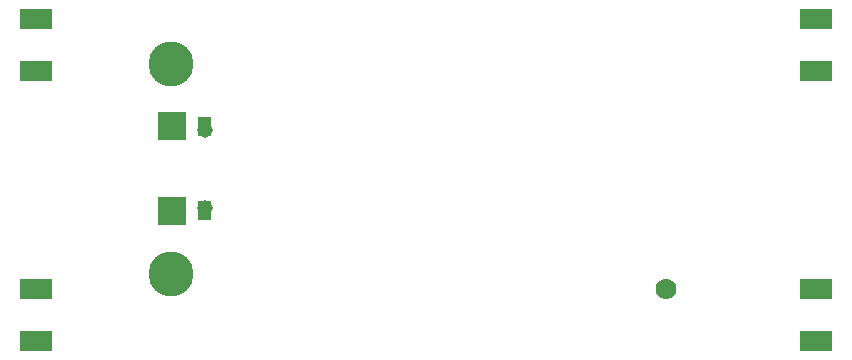
<source format=gtp>
G04 MADE WITH FRITZING*
G04 WWW.FRITZING.ORG*
G04 DOUBLE SIDED*
G04 HOLES PLATED*
G04 CONTOUR ON CENTER OF CONTOUR VECTOR*
%ASAXBY*%
%FSLAX23Y23*%
%MOIN*%
%OFA0B0*%
%SFA1.0B1.0*%
%ADD10C,0.095000*%
%ADD11C,0.149999*%
%ADD12C,0.051496*%
%ADD13C,0.070000*%
%ADD14R,0.095000X0.095000*%
%ADD15R,0.106299X0.070866*%
%ADD16R,0.001000X0.001000*%
%LNPASTEMASK1*%
G90*
G70*
G54D10*
X795Y992D03*
G54D11*
X794Y1483D03*
G54D12*
X905Y1003D03*
G54D13*
X2444Y733D03*
G54D11*
X794Y783D03*
G54D12*
X905Y1263D03*
G54D10*
X795Y1275D03*
G54D14*
X795Y992D03*
X795Y1275D03*
G54D15*
X344Y560D03*
X344Y733D03*
X2944Y560D03*
X2944Y733D03*
X2944Y1633D03*
X2944Y1460D03*
X344Y1633D03*
X344Y1460D03*
G54D16*
X884Y1305D02*
X924Y1305D01*
X884Y1304D02*
X925Y1304D01*
X884Y1303D02*
X925Y1303D01*
X884Y1302D02*
X925Y1302D01*
X884Y1301D02*
X925Y1301D01*
X884Y1300D02*
X925Y1300D01*
X884Y1299D02*
X925Y1299D01*
X884Y1298D02*
X925Y1298D01*
X884Y1297D02*
X925Y1297D01*
X884Y1296D02*
X925Y1296D01*
X884Y1295D02*
X925Y1295D01*
X884Y1294D02*
X925Y1294D01*
X884Y1293D02*
X925Y1293D01*
X884Y1292D02*
X925Y1292D01*
X884Y1291D02*
X925Y1291D01*
X884Y1290D02*
X925Y1290D01*
X884Y1289D02*
X925Y1289D01*
X884Y1288D02*
X925Y1288D01*
X884Y1287D02*
X925Y1287D01*
X884Y1286D02*
X925Y1286D01*
X884Y1285D02*
X925Y1285D01*
X884Y1284D02*
X900Y1284D01*
X909Y1284D02*
X925Y1284D01*
X884Y1283D02*
X897Y1283D01*
X912Y1283D02*
X925Y1283D01*
X884Y1282D02*
X894Y1282D01*
X914Y1282D02*
X925Y1282D01*
X884Y1281D02*
X893Y1281D01*
X916Y1281D02*
X925Y1281D01*
X884Y1280D02*
X891Y1280D01*
X917Y1280D02*
X925Y1280D01*
X884Y1279D02*
X890Y1279D01*
X919Y1279D02*
X925Y1279D01*
X884Y1278D02*
X889Y1278D01*
X920Y1278D02*
X925Y1278D01*
X884Y1277D02*
X888Y1277D01*
X921Y1277D02*
X925Y1277D01*
X884Y1276D02*
X887Y1276D01*
X921Y1276D02*
X925Y1276D01*
X884Y1275D02*
X886Y1275D01*
X922Y1275D02*
X925Y1275D01*
X884Y1274D02*
X886Y1274D01*
X923Y1274D02*
X925Y1274D01*
X884Y1273D02*
X885Y1273D01*
X923Y1273D02*
X925Y1273D01*
X884Y1272D02*
X885Y1272D01*
X924Y1272D02*
X925Y1272D01*
X884Y1271D02*
X884Y1271D01*
X924Y1271D02*
X925Y1271D01*
X884Y1270D02*
X884Y1270D01*
X924Y1270D02*
X925Y1270D01*
X884Y1269D02*
X884Y1269D01*
X925Y1269D02*
X925Y1269D01*
X884Y1259D02*
X884Y1259D01*
X925Y1259D02*
X925Y1259D01*
X884Y1258D02*
X884Y1258D01*
X925Y1258D02*
X925Y1258D01*
X884Y1257D02*
X884Y1257D01*
X924Y1257D02*
X925Y1257D01*
X884Y1256D02*
X885Y1256D01*
X924Y1256D02*
X925Y1256D01*
X884Y1255D02*
X885Y1255D01*
X924Y1255D02*
X925Y1255D01*
X884Y1254D02*
X886Y1254D01*
X923Y1254D02*
X925Y1254D01*
X884Y1253D02*
X886Y1253D01*
X923Y1253D02*
X925Y1253D01*
X884Y1252D02*
X887Y1252D01*
X922Y1252D02*
X925Y1252D01*
X884Y1251D02*
X887Y1251D01*
X921Y1251D02*
X925Y1251D01*
X884Y1250D02*
X888Y1250D01*
X920Y1250D02*
X925Y1250D01*
X884Y1249D02*
X889Y1249D01*
X919Y1249D02*
X925Y1249D01*
X884Y1248D02*
X890Y1248D01*
X918Y1248D02*
X925Y1248D01*
X884Y1247D02*
X891Y1247D01*
X917Y1247D02*
X925Y1247D01*
X884Y1246D02*
X893Y1246D01*
X916Y1246D02*
X925Y1246D01*
X884Y1245D02*
X895Y1245D01*
X914Y1245D02*
X925Y1245D01*
X884Y1244D02*
X897Y1244D01*
X911Y1244D02*
X925Y1244D01*
X884Y1243D02*
X899Y1243D01*
X909Y1243D02*
X924Y1243D01*
X884Y1024D02*
X899Y1024D01*
X909Y1024D02*
X925Y1024D01*
X884Y1023D02*
X896Y1023D01*
X913Y1023D02*
X925Y1023D01*
X884Y1022D02*
X894Y1022D01*
X915Y1022D02*
X925Y1022D01*
X884Y1021D02*
X892Y1021D01*
X916Y1021D02*
X925Y1021D01*
X884Y1020D02*
X891Y1020D01*
X918Y1020D02*
X925Y1020D01*
X884Y1019D02*
X890Y1019D01*
X919Y1019D02*
X925Y1019D01*
X884Y1018D02*
X889Y1018D01*
X920Y1018D02*
X925Y1018D01*
X884Y1017D02*
X888Y1017D01*
X921Y1017D02*
X925Y1017D01*
X884Y1016D02*
X887Y1016D01*
X922Y1016D02*
X925Y1016D01*
X884Y1015D02*
X886Y1015D01*
X922Y1015D02*
X925Y1015D01*
X884Y1014D02*
X886Y1014D01*
X923Y1014D02*
X925Y1014D01*
X884Y1013D02*
X885Y1013D01*
X923Y1013D02*
X925Y1013D01*
X884Y1012D02*
X885Y1012D01*
X924Y1012D02*
X925Y1012D01*
X884Y1011D02*
X884Y1011D01*
X924Y1011D02*
X925Y1011D01*
X884Y1010D02*
X884Y1010D01*
X924Y1010D02*
X925Y1010D01*
X884Y1009D02*
X884Y1009D01*
X925Y1009D02*
X925Y1009D01*
X884Y999D02*
X884Y999D01*
X925Y999D02*
X925Y999D01*
X884Y998D02*
X884Y998D01*
X925Y998D02*
X925Y998D01*
X884Y997D02*
X884Y997D01*
X924Y997D02*
X925Y997D01*
X884Y996D02*
X885Y996D01*
X924Y996D02*
X925Y996D01*
X884Y995D02*
X885Y995D01*
X924Y995D02*
X925Y995D01*
X884Y994D02*
X886Y994D01*
X923Y994D02*
X925Y994D01*
X884Y993D02*
X886Y993D01*
X922Y993D02*
X925Y993D01*
X884Y992D02*
X887Y992D01*
X922Y992D02*
X925Y992D01*
X884Y991D02*
X888Y991D01*
X921Y991D02*
X925Y991D01*
X884Y990D02*
X888Y990D01*
X920Y990D02*
X925Y990D01*
X884Y989D02*
X889Y989D01*
X919Y989D02*
X925Y989D01*
X884Y988D02*
X891Y988D01*
X918Y988D02*
X925Y988D01*
X884Y987D02*
X892Y987D01*
X917Y987D02*
X925Y987D01*
X884Y986D02*
X893Y986D01*
X915Y986D02*
X925Y986D01*
X884Y985D02*
X895Y985D01*
X913Y985D02*
X925Y985D01*
X884Y984D02*
X898Y984D01*
X911Y984D02*
X925Y984D01*
X884Y983D02*
X925Y983D01*
X884Y982D02*
X925Y982D01*
X884Y981D02*
X925Y981D01*
X884Y980D02*
X925Y980D01*
X884Y979D02*
X925Y979D01*
X884Y978D02*
X925Y978D01*
X884Y977D02*
X925Y977D01*
X884Y976D02*
X925Y976D01*
X884Y975D02*
X925Y975D01*
X884Y974D02*
X925Y974D01*
X884Y973D02*
X925Y973D01*
X884Y972D02*
X925Y972D01*
X884Y971D02*
X925Y971D01*
X884Y970D02*
X925Y970D01*
X884Y969D02*
X925Y969D01*
X884Y968D02*
X925Y968D01*
X884Y967D02*
X925Y967D01*
X884Y966D02*
X925Y966D01*
X884Y965D02*
X925Y965D01*
X884Y964D02*
X925Y964D01*
X884Y963D02*
X925Y963D01*
D02*
G04 End of PasteMask1*
M02*
</source>
